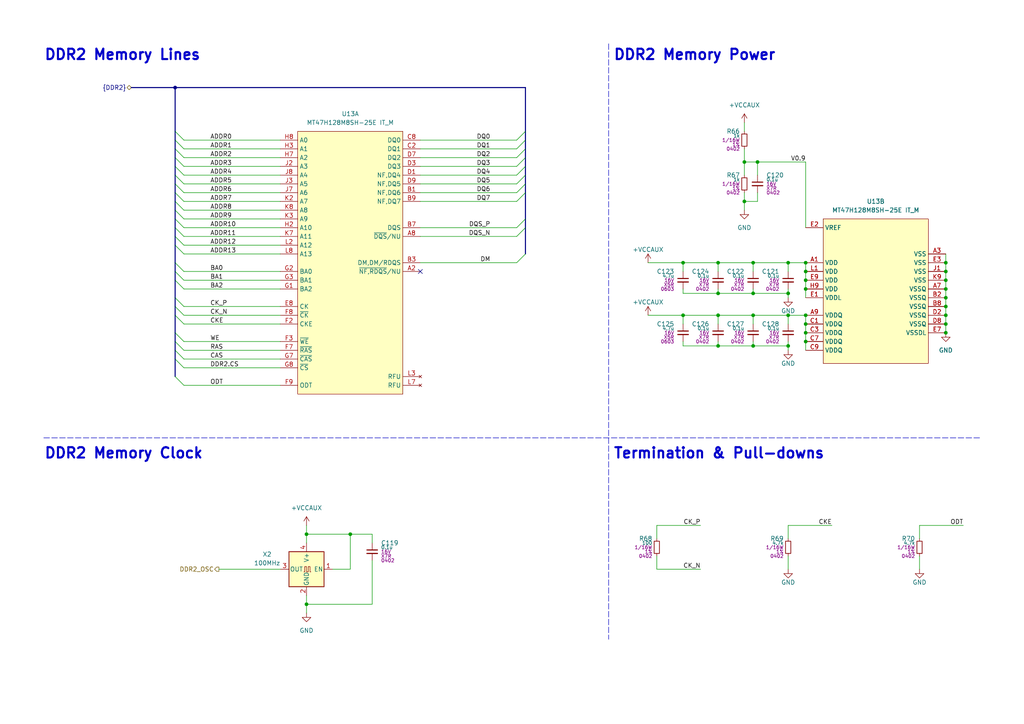
<source format=kicad_sch>
(kicad_sch (version 20230121) (generator eeschema)
  (paper "A4")
  (title_block (title "PCIeDMA") (date "2024-01-01") (rev "1"))
  (lib_symbols
    (symbol "Device:C_Small" (pin_numbers hide) (pin_names (offset 0.254) hide)
      (property "Reference" "C" (at 0.254 1.778 0))
      (property "Value" "C_Small" (at 0.254 -2.032 0))
      (symbol "C_Small_0_1"
        (polyline (pts (xy -1.524 -0.508) (xy 1.524 -0.508)) (stroke (width 0.3302)))
        (polyline (pts (xy -1.524 0.508) (xy 1.524 0.508)) (stroke (width 0.3048)))
      )
      (symbol "C_Small_1_1"
        (pin passive line (at 0 2.54 270) (length 2.032) (name "~") (number "1"))
        (pin passive line (at 0 -2.54 90) (length 2.032) (name "~") (number "2"))
      )
    )
    (symbol "Device:R_Small" (pin_numbers hide) (pin_names (offset 0.254) hide)
      (property "Reference" "R" (at 0.762 0.508 0))
      (property "Value" "R_Small" (at 0.762 -1.016 0))
      (symbol "R_Small_0_1"
        (rectangle (start -0.762 1.778) (end 0.762 -1.778) (stroke (width 0.2032)))
      )
      (symbol "R_Small_1_1"
        (pin passive line (at 0 2.54 270) (length 0.762) (name "~") (number "1"))
        (pin passive line (at 0 -2.54 90) (length 0.762) (name "~") (number "2"))
      )
    )
    (symbol "MT47H128M8SH-25EIT_M_1"
      (property "Reference" "U" (at 15.24 2.54 0))
      (property "Value" "MT47H128M8SH-25E IT_M" (at 15.24 -78.74 0))
      (symbol "MT47H128M8SH-25EIT_M_1_1_1"
        (rectangle (start 0 0) (end 30.48 -76.2) (fill (type background)))
        (pin bidirectional line (at 35.56 -40.64 180) (length 5.08) (name "~{NF,RDQS}/NU") (number "A2"))
        (pin bidirectional line (at 35.56 -30.48 180) (length 5.08) (name "~{DQS}/NU") (number "A8"))
        (pin bidirectional line (at 35.56 -17.78 180) (length 5.08) (name "NF,DQ6") (number "B1"))
        (pin bidirectional line (at 35.56 -38.1 180) (length 5.08) (name "DM,DM/RDQS") (number "B3"))
        (pin bidirectional line (at 35.56 -27.94 180) (length 5.08) (name "DQS") (number "B7"))
        (pin bidirectional line (at 35.56 -20.32 180) (length 5.08) (name "NF,DQ7") (number "B9"))
        (pin bidirectional line (at 35.56 -5.08 180) (length 5.08) (name "DQ1") (number "C2"))
        (pin bidirectional line (at 35.56 -2.54 180) (length 5.08) (name "DQ0") (number "C8"))
        (pin bidirectional line (at 35.56 -12.7 180) (length 5.08) (name "NF,DQ4") (number "D1"))
        (pin bidirectional line (at 35.56 -10.16 180) (length 5.08) (name "DQ3") (number "D3"))
        (pin bidirectional line (at 35.56 -7.62 180) (length 5.08) (name "DQ2") (number "D7"))
        (pin bidirectional line (at 35.56 -15.24 180) (length 5.08) (name "NF,DQ5") (number "D9"))
        (pin input line (at -5.08 -50.8 0) (length 5.08) (name "CK") (number "E8"))
        (pin input line (at -5.08 -55.88 0) (length 5.08) (name "CKE") (number "F2"))
        (pin input line (at -5.08 -60.96 0) (length 5.08) (name "~{WE}") (number "F3"))
        (pin input line (at -5.08 -63.5 0) (length 5.08) (name "~{RAS}") (number "F7"))
        (pin input line (at -5.08 -53.34 0) (length 5.08) (name "~{CK}") (number "F8"))
        (pin input line (at -5.08 -73.66 0) (length 5.08) (name "ODT") (number "F9"))
        (pin input line (at -5.08 -45.72 0) (length 5.08) (name "BA2") (number "G1"))
        (pin input line (at -5.08 -40.64 0) (length 5.08) (name "BA0") (number "G2"))
        (pin input line (at -5.08 -43.18 0) (length 5.08) (name "BA1") (number "G3"))
        (pin input line (at -5.08 -66.04 0) (length 5.08) (name "~{CAS}") (number "G7"))
        (pin input line (at -5.08 -68.58 0) (length 5.08) (name "~{CS}") (number "G8"))
        (pin input line (at -5.08 -27.94 0) (length 5.08) (name "A10") (number "H2"))
        (pin input line (at -5.08 -5.08 0) (length 5.08) (name "A1") (number "H3"))
        (pin input line (at -5.08 -7.62 0) (length 5.08) (name "A2") (number "H7"))
        (pin input line (at -5.08 -2.54 0) (length 5.08) (name "A0") (number "H8"))
        (pin input line (at -5.08 -10.16 0) (length 5.08) (name "A3") (number "J2"))
        (pin input line (at -5.08 -15.24 0) (length 5.08) (name "A5") (number "J3"))
        (pin input line (at -5.08 -17.78 0) (length 5.08) (name "A6") (number "J7"))
        (pin input line (at -5.08 -12.7 0) (length 5.08) (name "A4") (number "J8"))
        (pin input line (at -5.08 -20.32 0) (length 5.08) (name "A7") (number "K2"))
        (pin input line (at -5.08 -25.4 0) (length 5.08) (name "A9") (number "K3"))
        (pin input line (at -5.08 -30.48 0) (length 5.08) (name "A11") (number "K7"))
        (pin input line (at -5.08 -22.86 0) (length 5.08) (name "A8") (number "K8"))
        (pin input line (at -5.08 -33.02 0) (length 5.08) (name "A12") (number "L2"))
        (pin no_connect line (at 35.56 -71.12 180) (length 5.08) (name "RFU") (number "L3"))
        (pin no_connect line (at 35.56 -73.66 180) (length 5.08) (name "RFU") (number "L7"))
        (pin input line (at -5.08 -35.56 0) (length 5.08) (name "A13") (number "L8"))
      )
      (symbol "MT47H128M8SH-25EIT_M_1_2_1"
        (rectangle (start 0 0) (end 30.48 -41.91) (fill (type background)))
        (pin power_in line (at -5.08 -12.7 0) (length 5.08) (name "VDD") (number "A1"))
        (pin power_in line (at 35.56 -10.16 180) (length 5.08) (name "VSS") (number "A3"))
        (pin power_in line (at 35.56 -20.32 180) (length 5.08) (name "VSSQ") (number "A7"))
        (pin power_in line (at -5.08 -27.94 0) (length 5.08) (name "VDDQ") (number "A9"))
        (pin power_in line (at 35.56 -22.86 180) (length 5.08) (name "VSSQ") (number "B2"))
        (pin power_in line (at 35.56 -25.4 180) (length 5.08) (name "VSSQ") (number "B8"))
        (pin power_in line (at -5.08 -30.48 0) (length 5.08) (name "VDDQ") (number "C1"))
        (pin power_in line (at -5.08 -33.02 0) (length 5.08) (name "VDDQ") (number "C3"))
        (pin power_in line (at -5.08 -35.56 0) (length 5.08) (name "VDDQ") (number "C7"))
        (pin power_in line (at -5.08 -38.1 0) (length 5.08) (name "VDDQ") (number "C9"))
        (pin power_in line (at 35.56 -27.94 180) (length 5.08) (name "VSSQ") (number "D2"))
        (pin power_in line (at 35.56 -30.48 180) (length 5.08) (name "VSSQ") (number "D8"))
        (pin power_in line (at -5.08 -22.86 0) (length 5.08) (name "VDDL") (number "E1"))
        (pin power_in line (at -5.08 -2.54 0) (length 5.08) (name "VREF") (number "E2"))
        (pin power_in line (at 35.56 -12.7 180) (length 5.08) (name "VSS") (number "E3"))
        (pin power_in line (at 35.56 -33.02 180) (length 5.08) (name "VSSDL") (number "E7"))
        (pin power_in line (at -5.08 -17.78 0) (length 5.08) (name "VDD") (number "E9"))
        (pin power_in line (at -5.08 -20.32 0) (length 5.08) (name "VDD") (number "H9"))
        (pin power_in line (at 35.56 -15.24 180) (length 5.08) (name "VSS") (number "J1"))
        (pin power_in line (at 35.56 -17.78 180) (length 5.08) (name "VSS") (number "K9"))
        (pin power_in line (at -5.08 -15.24 0) (length 5.08) (name "VDD") (number "L1"))
      )
    )
    (symbol "PCIeDMA:+VCCAUX" (power) (pin_names (offset 0))
      (property "Value" "+VCCAUX" (at 0 3.556 0))
      (symbol "+VCCAUX_0_1"
        (polyline (pts (xy -0.762 1.27) (xy 0 2.54)))
        (polyline (pts (xy 0 0) (xy 0 2.54)))
        (polyline (pts (xy 0 2.54) (xy 0.762 1.27)))
      )
      (symbol "+VCCAUX_1_1"
        (pin power_in line (at 0 0 90) (length 0) hide (name "+VCCAUX") (number "1"))
      )
    )
    (symbol "PCIeDMA:MT47H128M8SH-25EIT_M"
      (property "Reference" "U" (at 15.24 2.54 0))
      (property "Value" "MT47H128M8SH-25E IT_M" (at 15.24 -78.74 0))
      (symbol "MT47H128M8SH-25EIT_M_1_1"
        (rectangle (start 0 0) (end 30.48 -76.2) (fill (type background)))
        (pin bidirectional line (at 35.56 -30.48 180) (length 5.08) (name "~{NF,RDQS}/NU") (number "A2"))
        (pin bidirectional line (at 35.56 -35.56 180) (length 5.08) (name "~{DQS}/NU") (number "A8"))
        (pin bidirectional line (at 35.56 -17.78 180) (length 5.08) (name "NF,DQ6") (number "B1"))
        (pin bidirectional line (at 35.56 -27.94 180) (length 5.08) (name "DM,DM/RDQS") (number "B3"))
        (pin bidirectional line (at 35.56 -33.02 180) (length 5.08) (name "DQS") (number "B7"))
        (pin bidirectional line (at 35.56 -20.32 180) (length 5.08) (name "NF,DQ7") (number "B9"))
        (pin bidirectional line (at 35.56 -5.08 180) (length 5.08) (name "DQ1") (number "C2"))
        (pin bidirectional line (at 35.56 -2.54 180) (length 5.08) (name "DQ0") (number "C8"))
        (pin bidirectional line (at 35.56 -12.7 180) (length 5.08) (name "NF,DQ4") (number "D1"))
        (pin bidirectional line (at 35.56 -10.16 180) (length 5.08) (name "DQ3") (number "D3"))
        (pin bidirectional line (at 35.56 -7.62 180) (length 5.08) (name "DQ2") (number "D7"))
        (pin bidirectional line (at 35.56 -15.24 180) (length 5.08) (name "NF,DQ5") (number "D9"))
        (pin input line (at -5.08 -50.8 0) (length 5.08) (name "CK") (number "E8"))
        (pin input line (at -5.08 -55.88 0) (length 5.08) (name "CKE") (number "F2"))
        (pin input line (at -5.08 -60.96 0) (length 5.08) (name "~{WE}") (number "F3"))
        (pin input line (at -5.08 -63.5 0) (length 5.08) (name "~{RAS}") (number "F7"))
        (pin input line (at -5.08 -53.34 0) (length 5.08) (name "~{CK}") (number "F8"))
        (pin input line (at -5.08 -73.66 0) (length 5.08) (name "ODT") (number "F9"))
        (pin input line (at -5.08 -45.72 0) (length 5.08) (name "BA2") (number "G1"))
        (pin input line (at -5.08 -40.64 0) (length 5.08) (name "BA0") (number "G2"))
        (pin input line (at -5.08 -43.18 0) (length 5.08) (name "BA1") (number "G3"))
        (pin input line (at -5.08 -66.04 0) (length 5.08) (name "~{CAS}") (number "G7"))
        (pin input line (at -5.08 -68.58 0) (length 5.08) (name "~{CS}") (number "G8"))
        (pin input line (at -5.08 -27.94 0) (length 5.08) (name "A10") (number "H2"))
        (pin input line (at -5.08 -5.08 0) (length 5.08) (name "A1") (number "H3"))
        (pin input line (at -5.08 -7.62 0) (length 5.08) (name "A2") (number "H7"))
        (pin input line (at -5.08 -2.54 0) (length 5.08) (name "A0") (number "H8"))
        (pin input line (at -5.08 -10.16 0) (length 5.08) (name "A3") (number "J2"))
        (pin input line (at -5.08 -15.24 0) (length 5.08) (name "A5") (number "J3"))
        (pin input line (at -5.08 -17.78 0) (length 5.08) (name "A6") (number "J7"))
        (pin input line (at -5.08 -12.7 0) (length 5.08) (name "A4") (number "J8"))
        (pin input line (at -5.08 -20.32 0) (length 5.08) (name "A7") (number "K2"))
        (pin input line (at -5.08 -25.4 0) (length 5.08) (name "A9") (number "K3"))
        (pin input line (at -5.08 -30.48 0) (length 5.08) (name "A11") (number "K7"))
        (pin input line (at -5.08 -22.86 0) (length 5.08) (name "A8") (number "K8"))
        (pin input line (at -5.08 -33.02 0) (length 5.08) (name "A12") (number "L2"))
        (pin no_connect line (at 35.56 -71.12 180) (length 5.08) (name "RFU") (number "L3"))
        (pin no_connect line (at 35.56 -73.66 180) (length 5.08) (name "RFU") (number "L7"))
        (pin input line (at -5.08 -35.56 0) (length 5.08) (name "A13") (number "L8"))
      )
      (symbol "MT47H128M8SH-25EIT_M_2_1"
        (rectangle (start 0 0) (end 30.48 -41.91) (fill (type background)))
        (pin power_in line (at -5.08 -12.7 0) (length 5.08) (name "VDD") (number "A1"))
        (pin power_in line (at 35.56 -10.16 180) (length 5.08) (name "VSS") (number "A3"))
        (pin power_in line (at 35.56 -20.32 180) (length 5.08) (name "VSSQ") (number "A7"))
        (pin power_in line (at -5.08 -27.94 0) (length 5.08) (name "VDDQ") (number "A9"))
        (pin power_in line (at 35.56 -22.86 180) (length 5.08) (name "VSSQ") (number "B2"))
        (pin power_in line (at 35.56 -25.4 180) (length 5.08) (name "VSSQ") (number "B8"))
        (pin power_in line (at -5.08 -30.48 0) (length 5.08) (name "VDDQ") (number "C1"))
        (pin power_in line (at -5.08 -33.02 0) (length 5.08) (name "VDDQ") (number "C3"))
        (pin power_in line (at -5.08 -35.56 0) (length 5.08) (name "VDDQ") (number "C7"))
        (pin power_in line (at -5.08 -38.1 0) (length 5.08) (name "VDDQ") (number "C9"))
        (pin power_in line (at 35.56 -27.94 180) (length 5.08) (name "VSSQ") (number "D2"))
        (pin power_in line (at 35.56 -30.48 180) (length 5.08) (name "VSSQ") (number "D8"))
        (pin power_in line (at -5.08 -22.86 0) (length 5.08) (name "VDDL") (number "E1"))
        (pin power_in line (at -5.08 -2.54 0) (length 5.08) (name "VREF") (number "E2"))
        (pin power_in line (at 35.56 -12.7 180) (length 5.08) (name "VSS") (number "E3"))
        (pin power_in line (at 35.56 -33.02 180) (length 5.08) (name "VSSDL") (number "E7"))
        (pin power_in line (at -5.08 -17.78 0) (length 5.08) (name "VDD") (number "E9"))
        (pin power_in line (at -5.08 -20.32 0) (length 5.08) (name "VDD") (number "H9"))
        (pin power_in line (at 35.56 -15.24 180) (length 5.08) (name "VSS") (number "J1"))
        (pin power_in line (at 35.56 -17.78 180) (length 5.08) (name "VSS") (number "K9"))
        (pin power_in line (at -5.08 -15.24 0) (length 5.08) (name "VDD") (number "L1"))
      )
    )
    (symbol "PCIeDMA:Oscillator" (pin_names (offset 0.254))
      (property "Reference" "X" (at -5.08 6.35 0))
      (property "Value" "Oscillator" (at 1.27 -6.35 0))
      (symbol "Oscillator_0_1"
        (rectangle (start -5.08 5.08) (end 5.08 -5.08) (stroke (width 0.254)) (fill (type background)))
        (polyline (pts (xy -1.27 -0.762) (xy -1.016 -0.762) (xy -1.016 0.762) (xy -0.508 0.762) (xy -0.508 -0.762) (xy 0 -0.762) (xy 0 0.762) (xy 0.508 0.762) (xy 0.508 -0.762) (xy 0.762 -0.762)))
      )
      (symbol "Oscillator_1_1"
        (pin input line (at -7.62 0 0) (length 2.54) (name "EN") (number "1"))
        (pin power_in line (at 0 -7.62 90) (length 2.54) (name "GND") (number "2"))
        (pin output line (at 7.62 0 180) (length 2.54) (name "OUT") (number "3"))
        (pin power_in line (at 0 7.62 270) (length 2.54) (name "V+") (number "4"))
      )
    )
    (symbol "power:GND" (power) (pin_names (offset 0))
      (property "Value" "GND" (at 0 -3.81 0))
      (symbol "GND_0_1"
        (polyline (pts (xy 0 0) (xy 0 -1.27) (xy 1.27 -1.27) (xy 0 -2.54) (xy -1.27 -1.27) (xy 0 -1.27)))
      )
      (symbol "GND_1_1"
        (pin power_in line (at 0 0 270) (length 0) hide (name "GND") (number "1"))
      )
    )
  )
  (bus_alias "DDR2" (members "CAS" "RAS" "WE" "DDR2.CS" "ADDR[0..13]" "BA[0..3]" "CKE" "DM" "DQ[0..7]" "DQS_P" "DQS_N" "CK_P" "CK_N" "ODT"))
  (junction (at 228.6 91.44))
  (junction (at 198.12 76.2))
  (junction (at 218.44 100.33))
  (junction (at 233.68 81.28))
  (junction (at 274.32 86.36))
  (junction (at 198.12 91.44))
  (junction (at 218.44 76.2))
  (junction (at 274.32 96.52))
  (junction (at 233.68 78.74))
  (junction (at 228.6 76.2))
  (junction (at 208.28 91.44))
  (junction (at 233.68 91.44))
  (junction (at 274.32 88.9))
  (junction (at 233.68 76.2))
  (junction (at 88.9 154.94))
  (junction (at 233.68 83.82))
  (junction (at 219.71 46.99))
  (junction (at 274.32 81.28))
  (junction (at 228.6 85.09))
  (junction (at 218.44 85.09))
  (junction (at 101.6 154.94))
  (junction (at 208.28 85.09))
  (junction (at 218.44 91.44))
  (junction (at 228.6 100.33))
  (junction (at 233.68 96.52))
  (junction (at 215.9 58.42))
  (junction (at 208.28 100.33))
  (junction (at 88.9 175.26))
  (junction (at 274.32 83.82))
  (junction (at 274.32 76.2))
  (junction (at 274.32 78.74))
  (junction (at 208.28 76.2))
  (junction (at 233.68 99.06))
  (junction (at 274.32 93.98))
  (junction (at 274.32 91.44))
  (junction (at 50.8 25.4))
  (junction (at 215.9 46.99))
  (junction (at 233.68 93.98))
  (no_connect (at 121.92 78.74))
  (bus_entry (at 53.34 99.06) (size -2.54 -2.54))
  (bus_entry (at 53.34 101.6) (size -2.54 -2.54))
  (bus_entry (at 53.34 50.8) (size -2.54 -2.54))
  (bus_entry (at 53.34 48.26) (size -2.54 -2.54))
  (bus_entry (at 53.34 93.98) (size -2.54 -2.54))
  (bus_entry (at 53.34 60.96) (size -2.54 -2.54))
  (bus_entry (at 149.86 55.88) (size 2.54 -2.54))
  (bus_entry (at 53.34 91.44) (size -2.54 -2.54))
  (bus_entry (at 53.34 43.18) (size -2.54 -2.54))
  (bus_entry (at 53.34 66.04) (size -2.54 -2.54))
  (bus_entry (at 149.86 68.58) (size 2.54 -2.54))
  (bus_entry (at 53.34 58.42) (size -2.54 -2.54))
  (bus_entry (at 53.34 63.5) (size -2.54 -2.54))
  (bus_entry (at 149.86 58.42) (size 2.54 -2.54))
  (bus_entry (at 149.86 76.2) (size 2.54 -2.54))
  (bus_entry (at 53.34 78.74) (size -2.54 -2.54))
  (bus_entry (at 53.34 111.76) (size -2.54 -2.54))
  (bus_entry (at 149.86 50.8) (size 2.54 -2.54))
  (bus_entry (at 149.86 66.04) (size 2.54 -2.54))
  (bus_entry (at 149.86 53.34) (size 2.54 -2.54))
  (bus_entry (at 53.34 68.58) (size -2.54 -2.54))
  (bus_entry (at 53.34 71.12) (size -2.54 -2.54))
  (bus_entry (at 53.34 104.14) (size -2.54 -2.54))
  (bus_entry (at 53.34 88.9) (size -2.54 -2.54))
  (bus_entry (at 149.86 45.72) (size 2.54 -2.54))
  (bus_entry (at 149.86 43.18) (size 2.54 -2.54))
  (bus_entry (at 53.34 40.64) (size -2.54 -2.54))
  (bus_entry (at 149.86 48.26) (size 2.54 -2.54))
  (bus_entry (at 53.34 83.82) (size -2.54 -2.54))
  (bus_entry (at 53.34 81.28) (size -2.54 -2.54))
  (bus_entry (at 53.34 55.88) (size -2.54 -2.54))
  (bus_entry (at 53.34 73.66) (size -2.54 -2.54))
  (bus_entry (at 53.34 53.34) (size -2.54 -2.54))
  (bus_entry (at 53.34 106.68) (size -2.54 -2.54))
  (bus_entry (at 53.34 45.72) (size -2.54 -2.54))
  (bus_entry (at 149.86 40.64) (size 2.54 -2.54))
  (wire (pts (xy 53.34 101.6) (xy 81.28 101.6)))
  (bus (pts (xy 152.4 50.8) (xy 152.4 53.34)))
  (wire (pts (xy 279.4 152.4) (xy 266.7 152.4)))
  (wire (pts (xy 274.32 81.28) (xy 274.32 83.82)))
  (bus (pts (xy 50.8 43.18) (xy 50.8 45.72)))
  (wire (pts (xy 198.12 76.2) (xy 198.12 78.74)))
  (wire (pts (xy 233.68 99.06) (xy 233.68 96.52)))
  (wire (pts (xy 218.44 76.2) (xy 218.44 78.74)))
  (bus (pts (xy 152.4 53.34) (xy 152.4 55.88)))
  (wire (pts (xy 53.34 63.5) (xy 81.28 63.5)))
  (wire (pts (xy 198.12 99.06) (xy 198.12 100.33)))
  (wire (pts (xy 228.6 99.06) (xy 228.6 100.33)))
  (wire (pts (xy 101.6 165.1) (xy 101.6 154.94)))
  (wire (pts (xy 187.96 91.44) (xy 198.12 91.44)))
  (wire (pts (xy 218.44 93.98) (xy 218.44 91.44)))
  (wire (pts (xy 53.34 73.66) (xy 81.28 73.66)))
  (wire (pts (xy 218.44 91.44) (xy 228.6 91.44)))
  (wire (pts (xy 215.9 43.18) (xy 215.9 46.99)))
  (wire (pts (xy 274.32 88.9) (xy 274.32 91.44)))
  (wire (pts (xy 53.34 99.06) (xy 81.28 99.06)))
  (wire (pts (xy 228.6 76.2) (xy 218.44 76.2)))
  (wire (pts (xy 233.68 78.74) (xy 233.68 76.2)))
  (wire (pts (xy 215.9 46.99) (xy 219.71 46.99)))
  (wire (pts (xy 107.95 175.26) (xy 88.9 175.26)))
  (wire (pts (xy 53.34 78.74) (xy 81.28 78.74)))
  (wire (pts (xy 88.9 175.26) (xy 88.9 177.8)))
  (wire (pts (xy 53.34 60.96) (xy 81.28 60.96)))
  (wire (pts (xy 53.34 104.14) (xy 81.28 104.14)))
  (wire (pts (xy 228.6 85.09) (xy 228.6 83.82)))
  (wire (pts (xy 208.28 83.82) (xy 208.28 85.09)))
  (bus (pts (xy 50.8 48.26) (xy 50.8 50.8)))
  (wire (pts (xy 121.92 76.2) (xy 149.86 76.2)))
  (bus (pts (xy 50.8 25.4) (xy 152.4 25.4)))
  (wire (pts (xy 53.34 81.28) (xy 81.28 81.28)))
  (wire (pts (xy 53.34 93.98) (xy 81.28 93.98)))
  (wire (pts (xy 208.28 91.44) (xy 218.44 91.44)))
  (wire (pts (xy 53.34 40.64) (xy 81.28 40.64)))
  (wire (pts (xy 228.6 161.29) (xy 228.6 165.1)))
  (wire (pts (xy 121.92 68.58) (xy 149.86 68.58)))
  (wire (pts (xy 101.6 154.94) (xy 107.95 154.94)))
  (wire (pts (xy 121.92 66.04) (xy 149.86 66.04)))
  (wire (pts (xy 274.32 78.74) (xy 274.32 81.28)))
  (wire (pts (xy 233.68 46.99) (xy 233.68 66.04)))
  (wire (pts (xy 208.28 100.33) (xy 218.44 100.33)))
  (wire (pts (xy 274.32 86.36) (xy 274.32 88.9)))
  (bus (pts (xy 152.4 55.88) (xy 152.4 63.5)))
  (wire (pts (xy 274.32 73.66) (xy 274.32 76.2)))
  (wire (pts (xy 208.28 85.09) (xy 218.44 85.09)))
  (bus (pts (xy 152.4 45.72) (xy 152.4 48.26)))
  (wire (pts (xy 88.9 152.4) (xy 88.9 154.94)))
  (wire (pts (xy 53.34 106.68) (xy 81.28 106.68)))
  (bus (pts (xy 50.8 78.74) (xy 50.8 81.28)))
  (wire (pts (xy 53.34 66.04) (xy 81.28 66.04)))
  (wire (pts (xy 53.34 45.72) (xy 81.28 45.72)))
  (wire (pts (xy 208.28 91.44) (xy 198.12 91.44)))
  (wire (pts (xy 266.7 152.4) (xy 266.7 156.21)))
  (wire (pts (xy 233.68 81.28) (xy 233.68 78.74)))
  (wire (pts (xy 88.9 154.94) (xy 101.6 154.94)))
  (wire (pts (xy 219.71 58.42) (xy 215.9 58.42)))
  (wire (pts (xy 208.28 91.44) (xy 208.28 93.98)))
  (wire (pts (xy 208.28 76.2) (xy 198.12 76.2)))
  (wire (pts (xy 266.7 161.29) (xy 266.7 165.1)))
  (wire (pts (xy 190.5 152.4) (xy 190.5 156.21)))
  (bus (pts (xy 50.8 99.06) (xy 50.8 101.6)))
  (wire (pts (xy 241.3 152.4) (xy 228.6 152.4)))
  (wire (pts (xy 96.52 165.1) (xy 101.6 165.1)))
  (bus (pts (xy 50.8 66.04) (xy 50.8 68.58)))
  (bus (pts (xy 152.4 43.18) (xy 152.4 45.72)))
  (bus (pts (xy 50.8 96.52) (xy 50.8 99.06)))
  (wire (pts (xy 53.34 91.44) (xy 81.28 91.44)))
  (wire (pts (xy 198.12 91.44) (xy 198.12 93.98)))
  (wire (pts (xy 228.6 76.2) (xy 228.6 78.74)))
  (wire (pts (xy 218.44 100.33) (xy 228.6 100.33)))
  (wire (pts (xy 53.34 43.18) (xy 81.28 43.18)))
  (wire (pts (xy 228.6 91.44) (xy 228.6 93.98)))
  (bus (pts (xy 50.8 101.6) (xy 50.8 104.14)))
  (bus (pts (xy 50.8 104.14) (xy 50.8 109.22)))
  (bus (pts (xy 152.4 48.26) (xy 152.4 50.8)))
  (bus (pts (xy 50.8 40.64) (xy 50.8 43.18)))
  (bus (pts (xy 50.8 45.72) (xy 50.8 48.26)))
  (polyline (pts (xy 176.53 12.7) (xy 176.53 185.42)) (stroke (width 0) (type dash)))
  (wire (pts (xy 121.92 48.26) (xy 149.86 48.26)))
  (wire (pts (xy 107.95 154.94) (xy 107.95 157.48)))
  (wire (pts (xy 187.96 76.2) (xy 198.12 76.2)))
  (wire (pts (xy 219.71 46.99) (xy 233.68 46.99)))
  (wire (pts (xy 219.71 55.88) (xy 219.71 58.42)))
  (wire (pts (xy 218.44 99.06) (xy 218.44 100.33)))
  (wire (pts (xy 233.68 86.36) (xy 233.68 83.82)))
  (wire (pts (xy 215.9 60.96) (xy 215.9 58.42)))
  (wire (pts (xy 53.34 48.26) (xy 81.28 48.26)))
  (wire (pts (xy 198.12 85.09) (xy 208.28 85.09)))
  (bus (pts (xy 50.8 55.88) (xy 50.8 58.42)))
  (wire (pts (xy 81.28 165.1) (xy 63.5 165.1)))
  (wire (pts (xy 121.92 53.34) (xy 149.86 53.34)))
  (wire (pts (xy 228.6 91.44) (xy 233.68 91.44)))
  (bus (pts (xy 50.8 60.96) (xy 50.8 63.5)))
  (bus (pts (xy 152.4 66.04) (xy 152.4 73.66)))
  (bus (pts (xy 50.8 91.44) (xy 50.8 96.52)))
  (wire (pts (xy 274.32 91.44) (xy 274.32 93.98)))
  (wire (pts (xy 53.34 58.42) (xy 81.28 58.42)))
  (wire (pts (xy 121.92 45.72) (xy 149.86 45.72)))
  (bus (pts (xy 50.8 71.12) (xy 50.8 76.2)))
  (bus (pts (xy 152.4 25.4) (xy 152.4 38.1)))
  (bus (pts (xy 50.8 53.34) (xy 50.8 55.88)))
  (wire (pts (xy 274.32 76.2) (xy 274.32 78.74)))
  (polyline (pts (xy 12.7 127) (xy 284.48 127)) (stroke (width 0) (type dash)))
  (wire (pts (xy 203.2 165.1) (xy 190.5 165.1)))
  (wire (pts (xy 53.34 111.76) (xy 81.28 111.76)))
  (wire (pts (xy 53.34 88.9) (xy 81.28 88.9)))
  (wire (pts (xy 88.9 154.94) (xy 88.9 157.48)))
  (wire (pts (xy 121.92 43.18) (xy 149.86 43.18)))
  (bus (pts (xy 50.8 63.5) (xy 50.8 66.04)))
  (bus (pts (xy 50.8 88.9) (xy 50.8 91.44)))
  (wire (pts (xy 121.92 50.8) (xy 149.86 50.8)))
  (bus (pts (xy 50.8 76.2) (xy 50.8 78.74)))
  (wire (pts (xy 233.68 101.6) (xy 233.68 99.06)))
  (wire (pts (xy 215.9 35.56) (xy 215.9 38.1)))
  (wire (pts (xy 198.12 100.33) (xy 208.28 100.33)))
  (wire (pts (xy 121.92 55.88) (xy 149.86 55.88)))
  (wire (pts (xy 233.68 76.2) (xy 228.6 76.2)))
  (bus (pts (xy 50.8 81.28) (xy 50.8 86.36)))
  (wire (pts (xy 208.28 76.2) (xy 208.28 78.74)))
  (wire (pts (xy 53.34 68.58) (xy 81.28 68.58)))
  (wire (pts (xy 219.71 46.99) (xy 219.71 50.8)))
  (bus (pts (xy 152.4 40.64) (xy 152.4 43.18)))
  (bus (pts (xy 50.8 50.8) (xy 50.8 53.34)))
  (bus (pts (xy 50.8 38.1) (xy 50.8 40.64)))
  (wire (pts (xy 53.34 83.82) (xy 81.28 83.82)))
  (wire (pts (xy 274.32 93.98) (xy 274.32 96.52)))
  (wire (pts (xy 203.2 152.4) (xy 190.5 152.4)))
  (wire (pts (xy 53.34 55.88) (xy 81.28 55.88)))
  (bus (pts (xy 152.4 38.1) (xy 152.4 40.64)))
  (bus (pts (xy 50.8 25.4) (xy 50.8 38.1)))
  (wire (pts (xy 198.12 83.82) (xy 198.12 85.09)))
  (bus (pts (xy 38.1 25.4) (xy 50.8 25.4)))
  (wire (pts (xy 218.44 76.2) (xy 208.28 76.2)))
  (wire (pts (xy 53.34 50.8) (xy 81.28 50.8)))
  (wire (pts (xy 121.92 40.64) (xy 149.86 40.64)))
  (wire (pts (xy 233.68 93.98) (xy 233.68 91.44)))
  (wire (pts (xy 215.9 55.88) (xy 215.9 58.42)))
  (wire (pts (xy 53.34 71.12) (xy 81.28 71.12)))
  (wire (pts (xy 218.44 83.82) (xy 218.44 85.09)))
  (wire (pts (xy 274.32 83.82) (xy 274.32 86.36)))
  (bus (pts (xy 50.8 86.36) (xy 50.8 88.9)))
  (wire (pts (xy 228.6 101.6) (xy 228.6 100.33)))
  (wire (pts (xy 215.9 46.99) (xy 215.9 50.8)))
  (wire (pts (xy 233.68 96.52) (xy 233.68 93.98)))
  (bus (pts (xy 152.4 63.5) (xy 152.4 66.04)))
  (wire (pts (xy 53.34 53.34) (xy 81.28 53.34)))
  (wire (pts (xy 228.6 86.36) (xy 228.6 85.09)))
  (wire (pts (xy 121.92 58.42) (xy 149.86 58.42)))
  (wire (pts (xy 233.68 83.82) (xy 233.68 81.28)))
  (wire (pts (xy 218.44 85.09) (xy 228.6 85.09)))
  (bus (pts (xy 50.8 58.42) (xy 50.8 60.96)))
  (wire (pts (xy 88.9 172.72) (xy 88.9 175.26)))
  (wire (pts (xy 208.28 99.06) (xy 208.28 100.33)))
  (wire (pts (xy 228.6 152.4) (xy 228.6 156.21)))
  (bus (pts (xy 50.8 68.58) (xy 50.8 71.12)))
  (wire (pts (xy 190.5 165.1) (xy 190.5 161.29)))
  (wire (pts (xy 107.95 162.56) (xy 107.95 175.26)))
  (text "DDR2 Memory Clock" (at 12.7 133.35 0) (effects (font (size 3 3) (thickness 0.6) bold) (justify left bottom)))
  (text "Termination & Pull-downs" (at 177.8 133.35 0) (effects (font (size 3 3) (thickness 0.6) bold) (justify left bottom)))
  (text "DDR2 Memory Lines" (at 12.7 17.78 0) (effects (font (size 3 3) (thickness 0.6) bold) (justify left bottom)))
  (text "DDR2 Memory Power" (at 177.8 17.78 0) (effects (font (size 3 3) (thickness 0.6) bold) (justify left bottom)))
  (label "CK_N" (at 203.2 165.1 180))
  (label "ADDR11" (at 60.96 68.58 0))
  (label "DQS_N" (at 142.24 68.58 180))
  (label "WE" (at 60.96 99.06 0))
  (label "RAS" (at 60.96 101.6 0))
  (label "DQ5" (at 142.24 53.34 180))
  (label "ADDR12" (at 60.96 71.12 0))
  (label "DQ2" (at 142.24 45.72 180))
  (label "DQS_P" (at 142.24 66.04 180))
  (label "DQ4" (at 142.24 50.8 180))
  (label "ODT" (at 60.96 111.76 0))
  (label "CKE" (at 241.3 152.4 180))
  (label "DQ0" (at 142.24 40.64 180))
  (label "ADDR0" (at 60.96 40.64 0))
  (label "CK_N" (at 60.96 91.44 0))
  (label "ADDR1" (at 60.96 43.18 0))
  (label "ADDR3" (at 60.96 48.26 0))
  (label "V0.9" (at 233.68 46.99 180))
  (label "BA1" (at 60.96 81.28 0))
  (label "CKE" (at 60.96 93.98 0))
  (label "DQ6" (at 142.24 55.88 180))
  (label "ADDR2" (at 60.96 45.72 0))
  (label "BA0" (at 60.96 78.74 0))
  (label "BA2" (at 60.96 83.82 0))
  (label "ADDR10" (at 60.96 66.04 0))
  (label "DDR2.CS" (at 60.96 106.68 0))
  (label "ADDR5" (at 60.96 53.34 0))
  (label "DQ1" (at 142.24 43.18 180))
  (label "CAS" (at 60.96 104.14 0))
  (label "DM" (at 142.24 76.2 180))
  (label "ADDR13" (at 60.96 73.66 0))
  (label "CK_P" (at 203.2 152.4 180))
  (label "ADDR8" (at 60.96 60.96 0))
  (label "ODT" (at 279.4 152.4 180))
  (label "DQ7" (at 142.24 58.42 180))
  (label "ADDR7" (at 60.96 58.42 0))
  (label "ADDR4" (at 60.96 50.8 0))
  (label "DQ3" (at 142.24 48.26 180))
  (label "ADDR6" (at 60.96 55.88 0))
  (label "ADDR9" (at 60.96 63.5 0))
  (label "CK_P" (at 60.96 88.9 0))
  (hierarchical_label "{DDR2}" (shape bidirectional) (at 38.1 25.4 180))
  (hierarchical_label "DDR2_OSC" (shape output) (at 63.5 165.1 180))
  (symbol (lib_name "MT47H128M8SH-25EIT_M_1") (lib_id "PCIeDMA:MT47H128M8SH-25EIT_M") (at 86.36 38.1 0) (unit 1)
    (property "Reference" "U13" (at 101.6 33.02 0))
    (property "Value" "MT47H128M8SH-25E IT_M" (at 101.6 35.56 0))
    (property "Footprint" "PCIeDMA:FBGA-60_L10.0-W8.0-P0.80-TL_MICRON_MT47HXXX" (effects hide))
    (property "LCSC Part" "C2839094" (effects hide))
  )
  (symbol (lib_id "Device:C_Small") (at 208.28 96.52 0) (mirror y) (unit 1)
    (property "Reference" "C126" (at 205.74 93.98 0) (effects (justify left)))
    (property "Value" "0.1u" (at 205.74 95.25 0) (effects (font (size 1 1)) (justify left)))
    (property "Footprint" "Capacitor_SMD:C_0402_1005Metric" (effects hide))
    (property "Rating" "16V" (at 205.74 96.52 0) (effects (font (size 1 1)) (justify left)))
    (property "Class" "X7R" (at 205.74 97.79 0) (effects (font (size 1 1)) (justify left)))
    (property "Size" "0402" (at 205.74 99.06 0) (effects (font (size 1 1)) (justify left)))
  )
  (symbol (lib_id "power:GND") (at 228.6 165.1 0) (unit 1)
    (property "Reference" "#PWR0177" (effects hide))
    (property "Value" "GND" (at 228.6 168.91 0))
  )
  (symbol (lib_id "PCIeDMA:Oscillator") (at 88.9 165.1 0) (mirror y) (unit 1)
    (property "Reference" "X2" (at 77.47 160.7693 0))
    (property "Value" "100MHz" (at 77.47 163.3093 0))
    (property "Footprint" "Crystal:Crystal_SMD_3225-4Pin_3.2x2.5mm" (effects hide))
  )
  (symbol (lib_id "power:GND") (at 88.9 177.8 0) (mirror y) (unit 1)
    (property "Reference" "#PWR0169" (effects hide))
    (property "Value" "GND" (at 88.9 182.88 0))
  )
  (symbol (lib_id "Device:C_Small") (at 107.95 160.02 0) (unit 1)
    (property "Reference" "C119" (at 110.49 157.48 0) (effects (justify left)))
    (property "Value" "0.1u" (at 110.49 158.75 0) (effects (font (size 1 1)) (justify left)))
    (property "Footprint" "Capacitor_SMD:C_0402_1005Metric" (effects hide))
    (property "Rating" "16V" (at 110.49 160.02 0) (effects (font (size 1 1)) (justify left)))
    (property "Class" "X7R" (at 110.49 161.29 0) (effects (font (size 1 1)) (justify left)))
    (property "Size" "0402" (at 110.49 162.56 0) (effects (font (size 1 1)) (justify left)))
  )
  (symbol (lib_id "Device:R_Small") (at 266.7 158.75 0) (mirror y) (unit 1)
    (property "Reference" "R70" (at 265.43 156.21 0) (effects (justify left)))
    (property "Value" "4.7k" (at 265.43 157.48 0) (effects (font (size 1 1)) (justify left)))
    (property "Footprint" "Resistor_SMD:R_0402_1005Metric" (effects hide))
    (property "Rating" "1/16W" (at 265.43 158.75 0) (effects (font (size 1 1)) (justify left)))
    (property "Tolerance" "1%" (at 265.43 160.02 0) (effects (font (size 1 1)) (justify left)))
    (property "Size" "0402" (at 265.43 161.29 0) (effects (font (size 1 1)) (justify left)))
  )
  (symbol (lib_id "Device:C_Small") (at 198.12 96.52 0) (mirror y) (unit 1)
    (property "Reference" "C125" (at 195.58 93.98 0) (effects (justify left)))
    (property "Value" "4.7u" (at 195.58 95.25 0) (effects (font (size 1 1)) (justify left)))
    (property "Footprint" "Capacitor_SMD:C_0603_1608Metric" (effects hide))
    (property "Rating" "16V" (at 195.58 96.52 0) (effects (font (size 1 1)) (justify left)))
    (property "Class" "X5R" (at 195.58 97.79 0) (effects (font (size 1 1)) (justify left)))
    (property "Size" "0603" (at 195.58 99.06 0) (effects (font (size 1 1)) (justify left)))
  )
  (symbol (lib_id "power:GND") (at 228.6 86.36 0) (unit 1)
    (property "Reference" "#PWR0175" (effects hide))
    (property "Value" "GND" (at 228.6 90.17 0))
  )
  (symbol (lib_id "power:GND") (at 274.32 96.52 0) (unit 1)
    (property "Reference" "#PWR0122" (effects hide))
    (property "Value" "GND" (at 274.32 101.6 0))
  )
  (symbol (lib_id "PCIeDMA:+VCCAUX") (at 88.9 152.4 0) (unit 1)
    (property "Reference" "#PWR0168" (effects hide))
    (property "Value" "+VCCAUX" (at 88.9 147.32 0))
  )
  (symbol (lib_id "Device:R_Small") (at 215.9 40.64 0) (mirror y) (unit 1)
    (property "Reference" "R66" (at 214.63 38.1 0) (effects (justify left)))
    (property "Value" "1k" (at 214.63 39.37 0) (effects (font (size 1 1)) (justify left)))
    (property "Footprint" "Resistor_SMD:R_0402_1005Metric" (effects hide))
    (property "Rating" "1/16W" (at 214.63 40.64 0) (effects (font (size 1 1)) (justify left)))
    (property "Tolerance" "1%" (at 214.63 41.91 0) (effects (font (size 1 1)) (justify left)))
    (property "Size" "0402" (at 214.63 43.18 0) (effects (font (size 1 1)) (justify left)))
  )
  (symbol (lib_id "Device:R_Small") (at 215.9 53.34 0) (mirror y) (unit 1)
    (property "Reference" "R67" (at 214.63 50.8 0) (effects (justify left)))
    (property "Value" "1k" (at 214.63 52.07 0) (effects (font (size 1 1)) (justify left)))
    (property "Footprint" "Resistor_SMD:R_0402_1005Metric" (effects hide))
    (property "Rating" "1/16W" (at 214.63 53.34 0) (effects (font (size 1 1)) (justify left)))
    (property "Tolerance" "1%" (at 214.63 54.61 0) (effects (font (size 1 1)) (justify left)))
    (property "Size" "0402" (at 214.63 55.88 0) (effects (font (size 1 1)) (justify left)))
  )
  (symbol (lib_id "PCIeDMA:MT47H128M8SH-25EIT_M") (at 238.76 63.5 0) (unit 2)
    (property "Reference" "U13" (at 254 58.42 0))
    (property "Value" "MT47H128M8SH-25E IT_M" (at 254 60.96 0))
    (property "Footprint" "PCIeDMA:FBGA-60_L10.0-W8.0-P0.80-TL_MICRON_MT47HXXX" (effects hide))
    (property "LCSC Part" "C2839094" (effects hide))
  )
  (symbol (lib_id "PCIeDMA:+VCCAUX") (at 187.96 76.2 0) (unit 1)
    (property "Reference" "#PWR0172" (effects hide))
    (property "Value" "+VCCAUX" (at 187.96 72.39 0))
  )
  (symbol (lib_id "PCIeDMA:+VCCAUX") (at 215.9 35.56 0) (unit 1)
    (property "Reference" "#PWR0170" (effects hide))
    (property "Value" "+VCCAUX" (at 215.9 30.48 0))
  )
  (symbol (lib_id "Device:C_Small") (at 228.6 81.28 0) (mirror y) (unit 1)
    (property "Reference" "C121" (at 226.06 78.74 0) (effects (justify left)))
    (property "Value" "0.1u" (at 226.06 80.01 0) (effects (font (size 1 1)) (justify left)))
    (property "Footprint" "Capacitor_SMD:C_0402_1005Metric" (effects hide))
    (property "Rating" "16V" (at 226.06 81.28 0) (effects (font (size 1 1)) (justify left)))
    (property "Class" "X7R" (at 226.06 82.55 0) (effects (font (size 1 1)) (justify left)))
    (property "Size" "0402" (at 226.06 83.82 0) (effects (font (size 1 1)) (justify left)))
  )
  (symbol (lib_id "Device:C_Small") (at 218.44 96.52 0) (mirror y) (unit 1)
    (property "Reference" "C127" (at 215.9 93.98 0) (effects (justify left)))
    (property "Value" "0.1u" (at 215.9 95.25 0) (effects (font (size 1 1)) (justify left)))
    (property "Footprint" "Capacitor_SMD:C_0402_1005Metric" (effects hide))
    (property "Rating" "16V" (at 215.9 96.52 0) (effects (font (size 1 1)) (justify left)))
    (property "Class" "X7R" (at 215.9 97.79 0) (effects (font (size 1 1)) (justify left)))
    (property "Size" "0402" (at 215.9 99.06 0) (effects (font (size 1 1)) (justify left)))
  )
  (symbol (lib_id "Device:C_Small") (at 208.28 81.28 0) (mirror y) (unit 1)
    (property "Reference" "C124" (at 205.74 78.74 0) (effects (justify left)))
    (property "Value" "0.1u" (at 205.74 80.01 0) (effects (font (size 1 1)) (justify left)))
    (property "Footprint" "Capacitor_SMD:C_0402_1005Metric" (effects hide))
    (property "Rating" "16V" (at 205.74 81.28 0) (effects (font (size 1 1)) (justify left)))
    (property "Class" "X7R" (at 205.74 82.55 0) (effects (font (size 1 1)) (justify left)))
    (property "Size" "0402" (at 205.74 83.82 0) (effects (font (size 1 1)) (justify left)))
  )
  (symbol (lib_id "Device:C_Small") (at 219.71 53.34 0) (unit 1)
    (property "Reference" "C120" (at 222.25 50.8 0) (effects (justify left)))
    (property "Value" "0.1u" (at 222.25 52.07 0) (effects (font (size 1 1)) (justify left)))
    (property "Footprint" "Capacitor_SMD:C_0402_1005Metric" (effects hide))
    (property "Rating" "16V" (at 222.25 53.34 0) (effects (font (size 1 1)) (justify left)))
    (property "Class" "X7R" (at 222.25 54.61 0) (effects (font (size 1 1)) (justify left)))
    (property "Size" "0402" (at 222.25 55.88 0) (effects (font (size 1 1)) (justify left)))
  )
  (symbol (lib_id "Device:R_Small") (at 228.6 158.75 0) (mirror y) (unit 1)
    (property "Reference" "R69" (at 227.33 156.21 0) (effects (justify left)))
    (property "Value" "4.7k" (at 227.33 157.48 0) (effects (font (size 1 1)) (justify left)))
    (property "Footprint" "Resistor_SMD:R_0402_1005Metric" (effects hide))
    (property "Rating" "1/16W" (at 227.33 158.75 0) (effects (font (size 1 1)) (justify left)))
    (property "Tolerance" "1%" (at 227.33 160.02 0) (effects (font (size 1 1)) (justify left)))
    (property "Size" "0402" (at 227.33 161.29 0) (effects (font (size 1 1)) (justify left)))
  )
  (symbol (lib_id "power:GND") (at 228.6 101.6 0) (unit 1)
    (property "Reference" "#PWR0174" (effects hide))
    (property "Value" "GND" (at 228.6 105.41 0))
  )
  (symbol (lib_id "power:GND") (at 215.9 60.96 0) (unit 1)
    (property "Reference" "#PWR0171" (effects hide))
    (property "Value" "GND" (at 215.9 66.04 0))
  )
  (symbol (lib_id "Device:R_Small") (at 190.5 158.75 0) (mirror y) (unit 1)
    (property "Reference" "R68" (at 189.23 156.21 0) (effects (justify left)))
    (property "Value" "100" (at 189.23 157.48 0) (effects (font (size 1 1)) (justify left)))
    (property "Footprint" "Resistor_SMD:R_0402_1005Metric" (effects hide))
    (property "Rating" "1/16W" (at 189.23 158.75 0) (effects (font (size 1 1)) (justify left)))
    (property "Tolerance" "1%" (at 189.23 160.02 0) (effects (font (size 1 1)) (justify left)))
    (property "Size" "0402" (at 189.23 161.29 0) (effects (font (size 1 1)) (justify left)))
  )
  (symbol (lib_id "Device:C_Small") (at 198.12 81.28 0) (mirror y) (unit 1)
    (property "Reference" "C123" (at 195.58 78.74 0) (effects (justify left)))
    (property "Value" "4.7u" (at 195.58 80.01 0) (effects (font (size 1 1)) (justify left)))
    (property "Footprint" "Capacitor_SMD:C_0603_1608Metric" (effects hide))
    (property "Rating" "16V" (at 195.58 81.28 0) (effects (font (size 1 1)) (justify left)))
    (property "Class" "X5R" (at 195.58 82.55 0) (effects (font (size 1 1)) (justify left)))
    (property "Size" "0603" (at 195.58 83.82 0) (effects (font (size 1 1)) (justify left)))
  )
  (symbol (lib_id "power:GND") (at 266.7 165.1 0) (unit 1)
    (property "Reference" "#PWR0176" (effects hide))
    (property "Value" "GND" (at 266.7 168.91 0))
  )
  (symbol (lib_id "Device:C_Small") (at 228.6 96.52 0) (mirror y) (unit 1)
    (property "Reference" "C128" (at 226.06 93.98 0) (effects (justify left)))
    (property "Value" "0.1u" (at 226.06 95.25 0) (effects (font (size 1 1)) (justify left)))
    (property "Footprint" "Capacitor_SMD:C_0402_1005Metric" (effects hide))
    (property "Rating" "16V" (at 226.06 96.52 0) (effects (font (size 1 1)) (justify left)))
    (property "Class" "X7R" (at 226.06 97.79 0) (effects (font (size 1 1)) (justify left)))
    (property "Size" "0402" (at 226.06 99.06 0) (effects (font (size 1 1)) (justify left)))
  )
  (symbol (lib_id "PCIeDMA:+VCCAUX") (at 187.96 91.44 0) (unit 1)
    (property "Reference" "#PWR0173" (effects hide))
    (property "Value" "+VCCAUX" (at 187.96 87.63 0))
  )
  (symbol (lib_id "Device:C_Small") (at 218.44 81.28 0) (mirror y) (unit 1)
    (property "Reference" "C122" (at 215.9 78.74 0) (effects (justify left)))
    (property "Value" "0.1u" (at 215.9 80.01 0) (effects (font (size 1 1)) (justify left)))
    (property "Footprint" "Capacitor_SMD:C_0402_1005Metric" (effects hide))
    (property "Rating" "16V" (at 215.9 81.28 0) (effects (font (size 1 1)) (justify left)))
    (property "Class" "X7R" (at 215.9 82.55 0) (effects (font (size 1 1)) (justify left)))
    (property "Size" "0402" (at 215.9 83.82 0) (effects (font (size 1 1)) (justify left)))
  )
)
</source>
